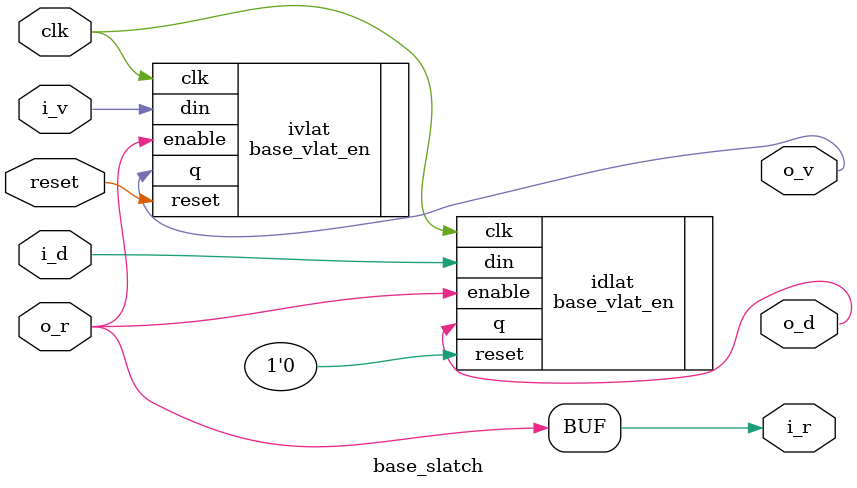
<source format=sv>
/*
 * Copyright 2017 IBM Corporation
 * Licensed to the Apache Software Foundation (ASF) under one
 * or more contributor license agreements.  See the NOTICE file
 * distributed with this work for additional information
 * regarding copyright ownership.  The ASF licenses this file
 * to you under the Apache License, Version 2.0 (the
 * "License"); you may not use this file except in compliance
 * with the License.  You may obtain a copy of the License at
 *
 *     http://www.apache.org/licenses/LICENSE-2.0
 *
 * Unless required by applicable law or agreed to in writing, software
 * distributed under the License is distributed on an "AS IS" BASIS,
 * WITHOUT WARRANTIES OR CONDITIONS OF ANY KIND, either express or implied.
 * See the License for the specific language governing permissions and
 * limitations under the License.
 *
 * Author: Andrew K Martin akmartin@us.ibm.com
 */
 
module base_slatch#
  (
   parameter width=1
   )
  (
   input 			clk, 
   input 			reset,
   output 			i_r,
   input 			i_v,
   input [0:width-1] 	i_d,
   
   input 			o_r,
   output 			o_v,
   output [0:width-1] o_d
   );
   base_vlat_en#(.width(1))        ivlat(.clk(clk), .reset(reset), .din(i_v), .q(o_v),.enable(o_r));
   base_vlat_en#(.width(width))    idlat(.clk(clk), .reset(1'b0),  .din(i_d), .q(o_d),.enable(o_r));
   assign i_r = o_r;
endmodule // base_burp

   
	     
	 
   
   


</source>
